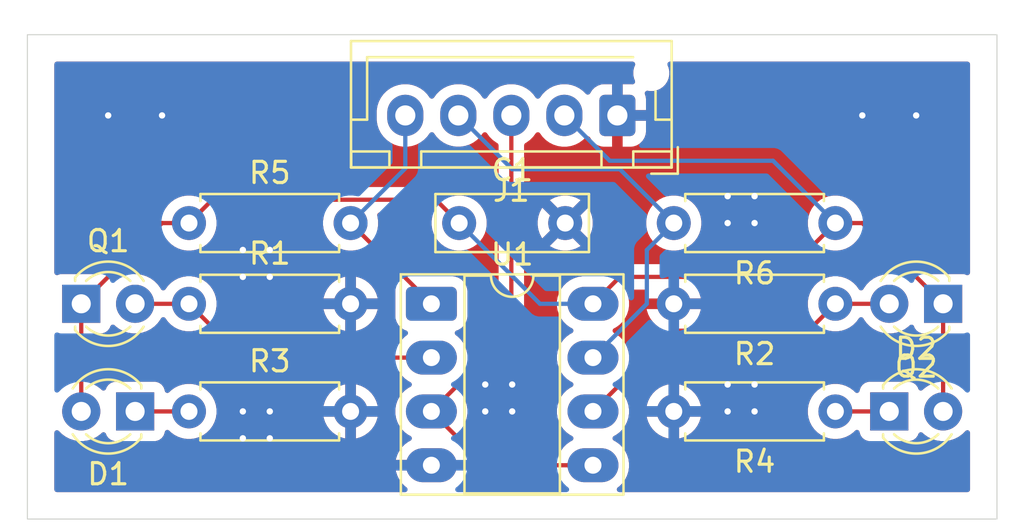
<source format=kicad_pcb>
(kicad_pcb (version 20241229) (generator "pcbnew") (generator_version "9.0")
  (layers (0 "F.Cu" signal) (2 "B.Cu" signal) (13 "F.Paste" user) (15 "B.Paste" user) (5 "F.SilkS" user "F.Silkscreen") (7 "B.SilkS" user "B.Silkscreen") (1 "F.Mask" user) (3 "B.Mask" user) (25 "Edge.Cuts" user))
  (net 0 "")
  (net 1 "VCC")
  (net 2 "GND")
  (net 3 "Net-(D1-K)")
  (net 4 "Net-(D2-K)")
  (net 5 "Net-(J1-Pin_5)")
  (net 6 "Net-(J1-Pin_3)")
  (net 7 "Net-(J1-Pin_4)")
  (net 8 "Net-(Q1-E)")
  (net 9 "Net-(Q2-E)")
  (footprint "LED_THT:LED_D3.0mm" (layer "F.Cu") (at 128.27 116.84)
    (property "Reference" "Q1" (at 1.27 -2.96 0) (layer "F.SilkS"))
    (property "Value" "Q_Photo_NPN")
    (fp_line (start -0.29 -1.236) (end -0.29 -1.08) (stroke (width 0.12)) (layer "F.SilkS"))
    (fp_line (start -0.29 1.08) (end -0.29 1.236) (stroke (width 0.12)) (layer "F.SilkS"))
    (fp_arc (start -0.29 -1.235516) (mid 1.365624 -1.987701) (end 2.941397 -1.080061) (stroke (width 0.12)) (layer "F.SilkS"))
    (fp_arc (start 0.229039 -1.08) (mid 1.269964 -1.5) (end 2.31091 -1.080049) (stroke (width 0.12)) (layer "F.SilkS"))
    (fp_arc (start 2.31091 1.080049) (mid 1.269964 1.5) (end 0.229039 1.08) (stroke (width 0.12)) (layer "F.SilkS"))
    (fp_arc (start 2.941397 1.080061) (mid 1.365624 1.987701) (end -0.29 1.235516) (stroke (width 0.12)) (layer "F.SilkS"))
    (pad "1" thru_hole rect (at 0 0) (size 1.8 1.8) (drill 0.9) (layers "*.Cu" "*.Mask") (net 1 "VCC"))
    (pad "2" thru_hole circle (at 2.54 0) (size 1.8 1.8) (drill 0.9) (layers "*.Cu" "*.Mask") (net 8 "Net-(Q1-E)"))
  )
  (footprint "Resistor_THT:R_Axial_DIN0207_L6.3mm_D2.5mm_P7.62mm_Horizontal" (layer "F.Cu") (at 133.35 113.03)
    (property "Reference" "R5" (at 3.81 -2.37 0) (layer "F.SilkS"))
    (property "Value" "R")
    (fp_line (start 0.54 -1.37) (end 7.08 -1.37) (stroke (width 0.12)) (layer "F.SilkS"))
    (fp_line (start 0.54 -1.04) (end 0.54 -1.37) (stroke (width 0.12)) (layer "F.SilkS"))
    (fp_line (start 0.54 1.04) (end 0.54 1.37) (stroke (width 0.12)) (layer "F.SilkS"))
    (fp_line (start 0.54 1.37) (end 7.08 1.37) (stroke (width 0.12)) (layer "F.SilkS"))
    (fp_line (start 7.08 -1.37) (end 7.08 -1.04) (stroke (width 0.12)) (layer "F.SilkS"))
    (fp_line (start 7.08 1.37) (end 7.08 1.04) (stroke (width 0.12)) (layer "F.SilkS"))
    (pad "1" thru_hole circle (at 0 0) (size 1.6 1.6) (drill 0.8) (layers "*.Cu" "*.Mask") (net 1 "VCC"))
    (pad "2" thru_hole oval (at 7.62 0) (size 1.6 1.6) (drill 0.8) (layers "*.Cu" "*.Mask") (net 5 "Net-(J1-Pin_5)"))
  )
  (footprint "LED_THT:LED_D3.0mm" (layer "F.Cu") (at 130.81 121.92 180)
    (property "Reference" "D1" (at 1.27 -2.96 0) (layer "F.SilkS"))
    (property "Value" "LED")
    (fp_line (start -0.29 1.08) (end -0.29 1.236) (stroke (width 0.12)) (layer "F.SilkS"))
    (fp_line (start -0.29 -1.236) (end -0.29 -1.08) (stroke (width 0.12)) (layer "F.SilkS"))
    (fp_arc (start 2.941397 1.080061) (mid 1.365624 1.987701) (end -0.29 1.235516) (stroke (width 0.12)) (layer "F.SilkS"))
    (fp_arc (start 2.31091 1.080049) (mid 1.269964 1.5) (end 0.229039 1.08) (stroke (width 0.12)) (layer "F.SilkS"))
    (fp_arc (start 0.229039 -1.08) (mid 1.269964 -1.5) (end 2.31091 -1.080049) (stroke (width 0.12)) (layer "F.SilkS"))
    (fp_arc (start -0.29 -1.235516) (mid 1.365624 -1.987701) (end 2.941397 -1.080061) (stroke (width 0.12)) (layer "F.SilkS"))
    (pad "1" thru_hole rect (at 0 0 180) (size 1.8 1.8) (drill 0.9) (layers "*.Cu" "*.Mask") (net 3 "Net-(D1-K)"))
    (pad "2" thru_hole circle (at 2.54 0 180) (size 1.8 1.8) (drill 0.9) (layers "*.Cu" "*.Mask") (net 1 "VCC"))
  )
  (footprint "Resistor_THT:R_Axial_DIN0207_L6.3mm_D2.5mm_P7.62mm_Horizontal" (layer "F.Cu") (at 133.35 121.92)
    (property "Reference" "R3" (at 3.81 -2.37 0) (layer "F.SilkS"))
    (property "Value" "R")
    (fp_line (start 0.54 -1.37) (end 7.08 -1.37) (stroke (width 0.12)) (layer "F.SilkS"))
    (fp_line (start 0.54 -1.04) (end 0.54 -1.37) (stroke (width 0.12)) (layer "F.SilkS"))
    (fp_line (start 0.54 1.04) (end 0.54 1.37) (stroke (width 0.12)) (layer "F.SilkS"))
    (fp_line (start 0.54 1.37) (end 7.08 1.37) (stroke (width 0.12)) (layer "F.SilkS"))
    (fp_line (start 7.08 -1.37) (end 7.08 -1.04) (stroke (width 0.12)) (layer "F.SilkS"))
    (fp_line (start 7.08 1.37) (end 7.08 1.04) (stroke (width 0.12)) (layer "F.SilkS"))
    (pad "1" thru_hole circle (at 0 0) (size 1.6 1.6) (drill 0.8) (layers "*.Cu" "*.Mask") (net 3 "Net-(D1-K)"))
    (pad "2" thru_hole oval (at 7.62 0) (size 1.6 1.6) (drill 0.8) (layers "*.Cu" "*.Mask") (net 2 "GND"))
  )
  (footprint "Package_DIP:DIP-8_W7.62mm_Socket_LongPads" (layer "F.Cu") (at 144.78 116.84)
    (property "Reference" "U1" (at 3.81 -2.33 0) (layer "F.SilkS"))
    (property "Value" "LM393")
    (fp_line (start 1.56 -1.33) (end 1.56 8.95) (stroke (width 0.12)) (layer "F.SilkS"))
    (fp_line (start 1.56 8.95) (end 6.06 8.95) (stroke (width 0.12)) (layer "F.SilkS"))
    (fp_line (start 2.81 -1.33) (end 1.56 -1.33) (stroke (width 0.12)) (layer "F.SilkS"))
    (fp_line (start 6.06 -1.33) (end 4.81 -1.33) (stroke (width 0.12)) (layer "F.SilkS"))
    (fp_line (start 6.06 8.95) (end 6.06 -1.33) (stroke (width 0.12)) (layer "F.SilkS"))
    (fp_rect (start -1.44 -1.39) (end 9.06 9.01) (stroke (width 0.12)) (fill no) (layer "F.SilkS"))
    (fp_arc (start 4.81 -1.33) (mid 3.81 -0.33) (end 2.81 -1.33) (stroke (width 0.12)) (layer "F.SilkS"))
    (pad "1" thru_hole roundrect (at 0 0) (size 2.4 1.6) (drill 0.8) (layers "*.Cu" "*.Mask") (roundrect_rratio 0.15625) (net 5 "Net-(J1-Pin_5)"))
    (pad "2" thru_hole oval (at 0 2.54) (size 2.4 1.6) (drill 0.8) (layers "*.Cu" "*.Mask") (net 8 "Net-(Q1-E)"))
    (pad "3" thru_hole oval (at 0 5.08) (size 2.4 1.6) (drill 0.8) (layers "*.Cu" "*.Mask") (net 6 "Net-(J1-Pin_3)"))
    (pad "4" thru_hole oval (at 0 7.62) (size 2.4 1.6) (drill 0.8) (layers "*.Cu" "*.Mask") (net 2 "GND"))
    (pad "5" thru_hole oval (at 7.62 7.62) (size 2.4 1.6) (drill 0.8) (layers "*.Cu" "*.Mask") (net 6 "Net-(J1-Pin_3)"))
    (pad "6" thru_hole oval (at 7.62 5.08) (size 2.4 1.6) (drill 0.8) (layers "*.Cu" "*.Mask") (net 9 "Net-(Q2-E)"))
    (pad "7" thru_hole oval (at 7.62 2.54) (size 2.4 1.6) (drill 0.8) (layers "*.Cu" "*.Mask") (net 7 "Net-(J1-Pin_4)"))
    (pad "8" thru_hole oval (at 7.62 0) (size 2.4 1.6) (drill 0.8) (layers "*.Cu" "*.Mask") (net 1 "VCC"))
  )
  (footprint "Resistor_THT:R_Axial_DIN0207_L6.3mm_D2.5mm_P7.62mm_Horizontal" (layer "F.Cu") (at 133.35 116.84)
    (property "Reference" "R1" (at 3.81 -2.37 0) (layer "F.SilkS"))
    (property "Value" "R")
    (fp_line (start 0.54 -1.37) (end 7.08 -1.37) (stroke (width 0.12)) (layer "F.SilkS"))
    (fp_line (start 0.54 -1.04) (end 0.54 -1.37) (stroke (width 0.12)) (layer "F.SilkS"))
    (fp_line (start 0.54 1.04) (end 0.54 1.37) (stroke (width 0.12)) (layer "F.SilkS"))
    (fp_line (start 0.54 1.37) (end 7.08 1.37) (stroke (width 0.12)) (layer "F.SilkS"))
    (fp_line (start 7.08 -1.37) (end 7.08 -1.04) (stroke (width 0.12)) (layer "F.SilkS"))
    (fp_line (start 7.08 1.37) (end 7.08 1.04) (stroke (width 0.12)) (layer "F.SilkS"))
    (pad "1" thru_hole circle (at 0 0) (size 1.6 1.6) (drill 0.8) (layers "*.Cu" "*.Mask") (net 8 "Net-(Q1-E)"))
    (pad "2" thru_hole oval (at 7.62 0) (size 1.6 1.6) (drill 0.8) (layers "*.Cu" "*.Mask") (net 2 "GND"))
  )
  (footprint "LED_THT:LED_D3.0mm" (layer "F.Cu") (at 166.37 121.92)
    (property "Reference" "D2" (at 1.27 -2.96 0) (layer "F.SilkS"))
    (property "Value" "LED")
    (fp_line (start -0.29 -1.236) (end -0.29 -1.08) (stroke (width 0.12)) (layer "F.SilkS"))
    (fp_line (start -0.29 1.08) (end -0.29 1.236) (stroke (width 0.12)) (layer "F.SilkS"))
    (fp_arc (start -0.29 -1.235516) (mid 1.365624 -1.987701) (end 2.941397 -1.080061) (stroke (width 0.12)) (layer "F.SilkS"))
    (fp_arc (start 0.229039 -1.08) (mid 1.269964 -1.5) (end 2.31091 -1.080049) (stroke (width 0.12)) (layer "F.SilkS"))
    (fp_arc (start 2.31091 1.080049) (mid 1.269964 1.5) (end 0.229039 1.08) (stroke (width 0.12)) (layer "F.SilkS"))
    (fp_arc (start 2.941397 1.080061) (mid 1.365624 1.987701) (end -0.29 1.235516) (stroke (width 0.12)) (layer "F.SilkS"))
    (pad "1" thru_hole rect (at 0 0) (size 1.8 1.8) (drill 0.9) (layers "*.Cu" "*.Mask") (net 4 "Net-(D2-K)"))
    (pad "2" thru_hole circle (at 2.54 0) (size 1.8 1.8) (drill 0.9) (layers "*.Cu" "*.Mask") (net 1 "VCC"))
  )
  (footprint "Connector_JST:JST_XH_B5B-XH-AM_1x05_P2.50mm_Vertical" (layer "F.Cu") (at 153.55 107.95 180)
    (property "Reference" "J1" (at 5 -3.55 0) (layer "F.SilkS"))
    (property "Value" "Conn_01x05_Socket")
    (fp_line (start 12.56 3.51) (end 12.56 -2.46) (stroke (width 0.12)) (layer "F.SilkS"))
    (fp_line (start 12.56 -2.46) (end -2.56 -2.46) (stroke (width 0.12)) (layer "F.SilkS"))
    (fp_line (start 12.55 -0.2) (end 11.8 -0.2) (stroke (width 0.12)) (layer "F.SilkS"))
    (fp_line (start 12.55 -1.7) (end 12.55 -2.45) (stroke (width 0.12)) (layer "F.SilkS"))
    (fp_line (start 12.55 -2.45) (end 10.75 -2.45) (stroke (width 0.12)) (layer "F.SilkS"))
    (fp_line (start 11.8 2.75) (end 5 2.75) (stroke (width 0.12)) (layer "F.SilkS"))
    (fp_line (start 11.8 -0.2) (end 11.8 2.75) (stroke (width 0.12)) (layer "F.SilkS"))
    (fp_line (start 10.75 -1.7) (end 12.55 -1.7) (stroke (width 0.12)) (layer "F.SilkS"))
    (fp_line (start 10.75 -2.45) (end 10.75 -1.7) (stroke (width 0.12)) (layer "F.SilkS"))
    (fp_line (start 9.25 -1.7) (end 9.25 -2.45) (stroke (width 0.12)) (layer "F.SilkS"))
    (fp_line (start 9.25 -2.45) (end 0.75 -2.45) (stroke (width 0.12)) (layer "F.SilkS"))
    (fp_line (start 5 2.75) (end -0.74 2.75) (stroke (width 0.12)) (layer "F.SilkS"))
    (fp_line (start 0.75 -1.7) (end 9.25 -1.7) (stroke (width 0.12)) (layer "F.SilkS"))
    (fp_line (start 0.75 -2.45) (end 0.75 -1.7) (stroke (width 0.12)) (layer "F.SilkS"))
    (fp_line (start -0.75 -1.7) (end -0.75 -2.45) (stroke (width 0.12)) (layer "F.SilkS"))
    (fp_line (start -0.75 -2.45) (end -2.55 -2.45) (stroke (width 0.12)) (layer "F.SilkS"))
    (fp_line (start -1.6 -2.75) (end -2.85 -2.75) (stroke (width 0.12)) (layer "F.SilkS"))
    (fp_line (start -1.8 -0.2) (end -1.8 1.14) (stroke (width 0.12)) (layer "F.SilkS"))
    (fp_line (start -2.55 -0.2) (end -1.8 -0.2) (stroke (width 0.12)) (layer "F.SilkS"))
    (fp_line (start -2.55 -1.7) (end -0.75 -1.7) (stroke (width 0.12)) (layer "F.SilkS"))
    (fp_line (start -2.55 -2.45) (end -2.55 -1.7) (stroke (width 0.12)) (layer "F.SilkS"))
    (fp_line (start -2.56 3.51) (end 12.56 3.51) (stroke (width 0.12)) (layer "F.SilkS"))
    (fp_line (start -2.56 -2.46) (end -2.56 3.51) (stroke (width 0.12)) (layer "F.SilkS"))
    (fp_line (start -2.85 -2.75) (end -2.85 -1.5) (stroke (width 0.12)) (layer "F.SilkS"))
    (pad "" np_thru_hole circle (at -1.6 2 180) (size 1.2 1.2) (drill 1.2) (layers "*.Cu" "*.Mask"))
    (pad "1" thru_hole roundrect (at 0 0 180) (size 1.7 1.95) (drill 0.95) (layers "*.Cu" "*.Mask") (roundrect_rratio 0.147059) (net 2 "GND"))
    (pad "2" thru_hole oval (at 2.5 0 180) (size 1.7 1.95) (drill 0.95) (layers "*.Cu" "*.Mask") (net 1 "VCC"))
    (pad "3" thru_hole oval (at 5 0 180) (size 1.7 1.95) (drill 0.95) (layers "*.Cu" "*.Mask") (net 6 "Net-(J1-Pin_3)"))
    (pad "4" thru_hole oval (at 7.5 0 180) (size 1.7 1.95) (drill 0.95) (layers "*.Cu" "*.Mask") (net 7 "Net-(J1-Pin_4)"))
    (pad "5" thru_hole oval (at 10 0 180) (size 1.7 1.95) (drill 0.95) (layers "*.Cu" "*.Mask") (net 5 "Net-(J1-Pin_5)"))
  )
  (footprint "Resistor_THT:R_Axial_DIN0207_L6.3mm_D2.5mm_P7.62mm_Horizontal" (layer "F.Cu") (at 163.83 116.84 180)
    (property "Reference" "R2" (at 3.81 -2.37 0) (layer "F.SilkS"))
    (property "Value" "R")
    (fp_line (start 7.08 1.37) (end 7.08 1.04) (stroke (width 0.12)) (layer "F.SilkS"))
    (fp_line (start 7.08 -1.37) (end 7.08 -1.04) (stroke (width 0.12)) (layer "F.SilkS"))
    (fp_line (start 0.54 1.37) (end 7.08 1.37) (stroke (width 0.12)) (layer "F.SilkS"))
    (fp_line (start 0.54 1.04) (end 0.54 1.37) (stroke (width 0.12)) (layer "F.SilkS"))
    (fp_line (start 0.54 -1.04) (end 0.54 -1.37) (stroke (width 0.12)) (layer "F.SilkS"))
    (fp_line (start 0.54 -1.37) (end 7.08 -1.37) (stroke (width 0.12)) (layer "F.SilkS"))
    (pad "1" thru_hole circle (at 0 0 180) (size 1.6 1.6) (drill 0.8) (layers "*.Cu" "*.Mask") (net 9 "Net-(Q2-E)"))
    (pad "2" thru_hole oval (at 7.62 0 180) (size 1.6 1.6) (drill 0.8) (layers "*.Cu" "*.Mask") (net 2 "GND"))
  )
  (footprint "Capacitor_THT:C_Disc_D7.0mm_W2.5mm_P5.00mm" (layer "F.Cu") (at 146.09 113.03)
    (property "Reference" "C1" (at 2.5 -2.5 0) (layer "F.SilkS"))
    (property "Value" "C")
    (fp_line (start -1.12 -1.37) (end -1.12 1.37) (stroke (width 0.12)) (layer "F.SilkS"))
    (fp_line (start -1.12 -1.37) (end 6.12 -1.37) (stroke (width 0.12)) (layer "F.SilkS"))
    (fp_line (start -1.12 1.37) (end 6.12 1.37) (stroke (width 0.12)) (layer "F.SilkS"))
    (fp_line (start 6.12 -1.37) (end 6.12 1.37) (stroke (width 0.12)) (layer "F.SilkS"))
    (pad "1" thru_hole circle (at 0 0) (size 1.6 1.6) (drill 0.8) (layers "*.Cu" "*.Mask") (net 1 "VCC"))
    (pad "2" thru_hole circle (at 5 0) (size 1.6 1.6) (drill 0.8) (layers "*.Cu" "*.Mask") (net 2 "GND"))
  )
  (footprint "Resistor_THT:R_Axial_DIN0207_L6.3mm_D2.5mm_P7.62mm_Horizontal" (layer "F.Cu") (at 163.83 113.03 180)
    (property "Reference" "R6" (at 3.81 -2.37 0) (layer "F.SilkS"))
    (property "Value" "R")
    (fp_line (start 7.08 1.37) (end 7.08 1.04) (stroke (width 0.12)) (layer "F.SilkS"))
    (fp_line (start 7.08 -1.37) (end 7.08 -1.04) (stroke (width 0.12)) (layer "F.SilkS"))
    (fp_line (start 0.54 1.37) (end 7.08 1.37) (stroke (width 0.12)) (layer "F.SilkS"))
    (fp_line (start 0.54 1.04) (end 0.54 1.37) (stroke (width 0.12)) (layer "F.SilkS"))
    (fp_line (start 0.54 -1.04) (end 0.54 -1.37) (stroke (width 0.12)) (layer "F.SilkS"))
    (fp_line (start 0.54 -1.37) (end 7.08 -1.37) (stroke (width 0.12)) (layer "F.SilkS"))
    (pad "1" thru_hole circle (at 0 0 180) (size 1.6 1.6) (drill 0.8) (layers "*.Cu" "*.Mask") (net 1 "VCC"))
    (pad "2" thru_hole oval (at 7.62 0 180) (size 1.6 1.6) (drill 0.8) (layers "*.Cu" "*.Mask") (net 7 "Net-(J1-Pin_4)"))
  )
  (footprint "LED_THT:LED_D3.0mm" (layer "F.Cu") (at 168.91 116.84 180)
    (property "Reference" "Q2" (at 1.27 -2.96 0) (layer "F.SilkS"))
    (property "Value" "Q_Photo_NPN")
    (fp_line (start -0.29 1.08) (end -0.29 1.236) (stroke (width 0.12)) (layer "F.SilkS"))
    (fp_line (start -0.29 -1.236) (end -0.29 -1.08) (stroke (width 0.12)) (layer "F.SilkS"))
    (fp_arc (start 2.941397 1.080061) (mid 1.365624 1.987701) (end -0.29 1.235516) (stroke (width 0.12)) (layer "F.SilkS"))
    (fp_arc (start 2.31091 1.080049) (mid 1.269964 1.5) (end 0.229039 1.08) (stroke (width 0.12)) (layer "F.SilkS"))
    (fp_arc (start 0.229039 -1.08) (mid 1.269964 -1.5) (end 2.31091 -1.080049) (stroke (width 0.12)) (layer "F.SilkS"))
    (fp_arc (start -0.29 -1.235516) (mid 1.365624 -1.987701) (end 2.941397 -1.080061) (stroke (width 0.12)) (layer "F.SilkS"))
    (pad "1" thru_hole rect (at 0 0 180) (size 1.8 1.8) (drill 0.9) (layers "*.Cu" "*.Mask") (net 1 "VCC"))
    (pad "2" thru_hole circle (at 2.54 0 180) (size 1.8 1.8) (drill 0.9) (layers "*.Cu" "*.Mask") (net 9 "Net-(Q2-E)"))
  )
  (footprint "Resistor_THT:R_Axial_DIN0207_L6.3mm_D2.5mm_P7.62mm_Horizontal" (layer "F.Cu") (at 163.83 121.92 180)
    (property "Reference" "R4" (at 3.81 -2.37 0) (layer "F.SilkS"))
    (property "Value" "R")
    (fp_line (start 7.08 1.37) (end 7.08 1.04) (stroke (width 0.12)) (layer "F.SilkS"))
    (fp_line (start 7.08 -1.37) (end 7.08 -1.04) (stroke (width 0.12)) (layer "F.SilkS"))
    (fp_line (start 0.54 1.37) (end 7.08 1.37) (stroke (width 0.12)) (layer "F.SilkS"))
    (fp_line (start 0.54 1.04) (end 0.54 1.37) (stroke (width 0.12)) (layer "F.SilkS"))
    (fp_line (start 0.54 -1.04) (end 0.54 -1.37) (stroke (width 0.12)) (layer "F.SilkS"))
    (fp_line (start 0.54 -1.37) (end 7.08 -1.37) (stroke (width 0.12)) (layer "F.SilkS"))
    (pad "1" thru_hole circle (at 0 0 180) (size 1.6 1.6) (drill 0.8) (layers "*.Cu" "*.Mask") (net 4 "Net-(D2-K)"))
    (pad "2" thru_hole oval (at 7.62 0 180) (size 1.6 1.6) (drill 0.8) (layers "*.Cu" "*.Mask") (net 2 "GND"))
  )
  (gr_rect (start 125.73 104.14) (end 171.45 127) (stroke (width 0.05)) (fill no) (layer "Edge.Cuts"))
  (segment (start 163.83 113.03) (end 165.1 113.03) (width 0.2) (layer "F.Cu") (net 1))
  (segment (start 128.27 116.84) (end 128.27 121.92) (width 0.2) (layer "F.Cu") (net 1))
  (segment (start 132.08 113.03) (end 133.35 113.03) (width 0.2) (layer "F.Cu") (net 1))
  (segment (start 134.451 111.929) (end 144.989 111.929) (width 0.2) (layer "F.Cu") (net 1))
  (segment (start 128.27 116.84) (end 132.08 113.03) (width 0.2) (layer "F.Cu") (net 1))
  (segment (start 144.989 111.929) (end 146.09 113.03) (width 0.2) (layer "F.Cu") (net 1))
  (segment (start 133.35 113.03) (end 134.451 111.929) (width 0.2) (layer "F.Cu") (net 1))
  (segment (start 165.1 113.03) (end 168.91 116.84) (width 0.2) (layer "F.Cu") (net 1))
  (segment (start 152.4 116.84) (end 153.67 115.57) (width 0.2) (layer "F.Cu") (net 1))
  (segment (start 168.91 116.84) (end 168.91 121.92) (width 0.2) (layer "F.Cu") (net 1))
  (segment (start 153.67 115.57) (end 161.29 115.57) (width 0.2) (layer "F.Cu") (net 1))
  (segment (start 161.29 115.57) (end 163.83 113.03) (width 0.2) (layer "F.Cu") (net 1))
  (segment (start 160.889 110.089) (end 163.83 113.03) (width 0.2) (layer "B.Cu") (net 1))
  (segment (start 149.9 116.84) (end 146.09 113.03) (width 0.2) (layer "B.Cu") (net 1))
  (segment (start 153.189 110.089) (end 160.889 110.089) (width 0.2) (layer "B.Cu") (net 1))
  (segment (start 151.05 107.95) (end 153.189 110.089) (width 0.2) (layer "B.Cu") (net 1))
  (segment (start 152.4 116.84) (end 149.9 116.84) (width 0.2) (layer "B.Cu") (net 1))
  (via (at 129.54 107.95) (size 0.6) (drill 0.3) (layers "F.Cu" "B.Cu") (net 2))
  (via (at 158.75 111.76) (size 0.6) (drill 0.3) (layers "F.Cu" "B.Cu") (net 2))
  (via (at 158.75 113.03) (size 0.6) (drill 0.3) (layers "F.Cu" "B.Cu") (net 2))
  (via (at 137.16 123.19) (size 0.6) (drill 0.3) (layers "F.Cu" "B.Cu") (net 2))
  (via (at 158.75 120.65) (size 0.6) (drill 0.3) (layers "F.Cu" "B.Cu") (net 2))
  (via (at 137.16 114.3) (size 0.6) (drill 0.3) (layers "F.Cu" "B.Cu") (net 2))
  (via (at 135.89 121.92) (size 0.6) (drill 0.3) (layers "F.Cu" "B.Cu") (net 2))
  (via (at 147.32 121.92) (size 0.6) (drill 0.3) (layers "F.Cu" "B.Cu") (net 2))
  (via (at 160.02 121.92) (size 0.6) (drill 0.3) (layers "F.Cu" "B.Cu") (net 2))
  (via (at 160.02 120.65) (size 0.6) (drill 0.3) (layers "F.Cu" "B.Cu") (net 2))
  (via (at 147.32 120.65) (size 0.6) (drill 0.3) (layers "F.Cu" "B.Cu") (net 2))
  (via (at 137.16 115.57) (size 0.6) (drill 0.3) (layers "F.Cu" "B.Cu") (net 2))
  (via (at 167.64 107.95) (size 0.6) (drill 0.3) (layers "F.Cu" "B.Cu") (net 2))
  (via (at 132.08 107.95) (size 0.6) (drill 0.3) (layers "F.Cu" "B.Cu") (net 2))
  (via (at 165.1 107.95) (size 0.6) (drill 0.3) (layers "F.Cu" "B.Cu") (net 2))
  (via (at 137.16 121.92) (size 0.6) (drill 0.3) (layers "F.Cu" "B.Cu") (net 2))
  (via (at 135.89 114.3) (size 0.6) (drill 0.3) (layers "F.Cu" "B.Cu") (net 2))
  (via (at 148.59 121.92) (size 0.6) (drill 0.3) (layers "F.Cu" "B.Cu") (net 2))
  (via (at 135.89 115.57) (size 0.6) (drill 0.3) (layers "F.Cu" "B.Cu") (net 2))
  (via (at 160.02 111.76) (size 0.6) (drill 0.3) (layers "F.Cu" "B.Cu") (net 2))
  (via (at 160.02 113.03) (size 0.6) (drill 0.3) (layers "F.Cu" "B.Cu") (net 2))
  (via (at 135.89 123.19) (size 0.6) (drill 0.3) (layers "F.Cu" "B.Cu") (net 2))
  (via (at 158.75 121.92) (size 0.6) (drill 0.3) (layers "F.Cu" "B.Cu") (net 2))
  (via (at 148.59 120.65) (size 0.6) (drill 0.3) (layers "F.Cu" "B.Cu") (net 2))
  (segment (start 130.81 121.92) (end 133.35 121.92) (width 0.2) (layer "F.Cu") (net 3))
  (segment (start 166.37 121.92) (end 163.83 121.92) (width 0.2) (layer "F.Cu") (net 4))
  (segment (start 140.97 113.03) (end 144.78 116.84) (width 0.2) (layer "F.Cu") (net 5))
  (segment (start 143.55 107.95) (end 143.55 110.45) (width 0.2) (layer "B.Cu") (net 5))
  (segment (start 143.55 110.45) (end 140.97 113.03) (width 0.2) (layer "B.Cu") (net 5))
  (segment (start 144.78 121.92) (end 148.55 118.15) (width 0.2) (layer "F.Cu") (net 6))
  (segment (start 152.4 124.46) (end 147.32 124.46) (width 0.2) (layer "F.Cu") (net 6))
  (segment (start 148.55 118.15) (end 148.55 107.95) (width 0.2) (layer "F.Cu") (net 6))
  (segment (start 147.32 124.46) (end 144.78 121.92) (width 0.2) (layer "F.Cu") (net 6))
  (segment (start 152.4 119.38) (end 154.94 116.84) (width 0.2) (layer "B.Cu") (net 7))
  (segment (start 153.67 110.49) (end 156.21 113.03) (width 0.2) (layer "B.Cu") (net 7))
  (segment (start 154.94 116.84) (end 154.94 114.3) (width 0.2) (layer "B.Cu") (net 7))
  (segment (start 154.94 114.3) (end 156.21 113.03) (width 0.2) (layer "B.Cu") (net 7))
  (segment (start 148.59 110.49) (end 153.67 110.49) (width 0.2) (layer "B.Cu") (net 7))
  (segment (start 146.05 107.95) (end 148.59 110.49) (width 0.2) (layer "B.Cu") (net 7))
  (segment (start 135.89 119.38) (end 144.78 119.38) (width 0.2) (layer "F.Cu") (net 8))
  (segment (start 130.81 116.84) (end 133.35 116.84) (width 0.2) (layer "F.Cu") (net 8))
  (segment (start 133.35 116.84) (end 135.89 119.38) (width 0.2) (layer "F.Cu") (net 8))
  (segment (start 162.56 118.11) (end 163.83 116.84) (width 0.2) (layer "F.Cu") (net 9))
  (segment (start 156.21 118.11) (end 162.56 118.11) (width 0.2) (layer "F.Cu") (net 9))
  (segment (start 163.83 116.84) (end 166.37 116.84) (width 0.2) (layer "F.Cu") (net 9))
  (segment (start 152.4 121.92) (end 156.21 118.11) (width 0.2) (layer "F.Cu") (net 9))
  (zone (net 2) (net_name "GND") (layer "F.Cu") (connect_pads (clearance 0.5)) (min_thickness 0.25) (fill yes (thermal_gap 0.5) (thermal_bridge_width 0.5))
    (polygon (pts (xy 127 105.41) (xy 127 125.73) (xy 170.18 125.73) (xy 170.18 105.41)))
  )
  (zone (net 2) (net_name "GND") (layer "B.Cu") (priority 1) (connect_pads (clearance 0.5)) (min_thickness 0.25) (fill yes (thermal_gap 0.5) (thermal_bridge_width 0.5))
    (polygon (pts (xy 127 105.41) (xy 127 125.73) (xy 170.18 125.73) (xy 170.18 105.41)))
  )
)
</source>
